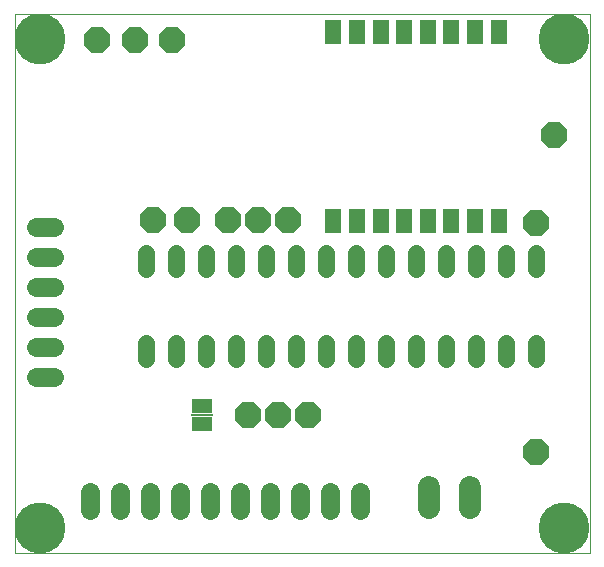
<source format=gts>
G75*
G70*
%OFA0B0*%
%FSLAX24Y24*%
%IPPOS*%
%LPD*%
%AMOC8*
5,1,8,0,0,1.08239X$1,22.5*
%
%ADD10C,0.0000*%
%ADD11C,0.0745*%
%ADD12R,0.0552X0.0827*%
%ADD13OC8,0.0890*%
%ADD14C,0.0640*%
%ADD15C,0.0560*%
%ADD16R,0.0670X0.0500*%
%ADD17R,0.0720X0.0060*%
%ADD18C,0.1700*%
D10*
X000219Y000180D02*
X000219Y018176D01*
X019377Y018176D01*
X019382Y018176D02*
X019382Y000180D01*
X019377Y000180D02*
X000219Y000180D01*
D11*
X014030Y001703D02*
X014030Y002408D01*
X015408Y002408D02*
X015408Y001703D01*
D12*
X015563Y011260D03*
X016350Y011260D03*
X014775Y011260D03*
X013988Y011260D03*
X013201Y011260D03*
X012413Y011260D03*
X011626Y011260D03*
X010838Y011260D03*
X010838Y017560D03*
X011626Y017560D03*
X012413Y017560D03*
X013201Y017560D03*
X013988Y017560D03*
X014775Y017560D03*
X015563Y017560D03*
X016350Y017560D03*
D13*
X018208Y014124D03*
X017594Y011180D03*
X009988Y004805D03*
X008988Y004805D03*
X007988Y004805D03*
X008344Y011305D03*
X007344Y011305D03*
X005969Y011305D03*
X004844Y011305D03*
X009344Y011305D03*
X005469Y017305D03*
X004219Y017305D03*
X002969Y017305D03*
X017594Y003555D03*
D14*
X011719Y002230D02*
X011719Y001630D01*
X010719Y001630D02*
X010719Y002230D01*
X009719Y002230D02*
X009719Y001630D01*
X008719Y001630D02*
X008719Y002230D01*
X007719Y002230D02*
X007719Y001630D01*
X006719Y001630D02*
X006719Y002230D01*
X005719Y002230D02*
X005719Y001630D01*
X004719Y001630D02*
X004719Y002230D01*
X003719Y002230D02*
X003719Y001630D01*
X002719Y001630D02*
X002719Y002230D01*
X001519Y006055D02*
X000919Y006055D01*
X000919Y007055D02*
X001519Y007055D01*
X001519Y008055D02*
X000919Y008055D01*
X000919Y009055D02*
X001519Y009055D01*
X001519Y010055D02*
X000919Y010055D01*
X000919Y011055D02*
X001519Y011055D01*
D15*
X004594Y010190D02*
X004594Y009670D01*
X005594Y009670D02*
X005594Y010190D01*
X006594Y010190D02*
X006594Y009670D01*
X007594Y009670D02*
X007594Y010190D01*
X008594Y010190D02*
X008594Y009670D01*
X009594Y009670D02*
X009594Y010190D01*
X010594Y010190D02*
X010594Y009670D01*
X011594Y009670D02*
X011594Y010190D01*
X012594Y010190D02*
X012594Y009670D01*
X013594Y009670D02*
X013594Y010190D01*
X014594Y010190D02*
X014594Y009670D01*
X015594Y009670D02*
X015594Y010190D01*
X016594Y010190D02*
X016594Y009670D01*
X017594Y009670D02*
X017594Y010190D01*
X017594Y007190D02*
X017594Y006670D01*
X016594Y006670D02*
X016594Y007190D01*
X015594Y007190D02*
X015594Y006670D01*
X014594Y006670D02*
X014594Y007190D01*
X013594Y007190D02*
X013594Y006670D01*
X012594Y006670D02*
X012594Y007190D01*
X011594Y007190D02*
X011594Y006670D01*
X010594Y006670D02*
X010594Y007190D01*
X009594Y007190D02*
X009594Y006670D01*
X008594Y006670D02*
X008594Y007190D01*
X007594Y007190D02*
X007594Y006670D01*
X006594Y006670D02*
X006594Y007190D01*
X005594Y007190D02*
X005594Y006670D01*
X004594Y006670D02*
X004594Y007190D01*
D16*
X006451Y005088D03*
X006451Y004488D03*
D17*
X006451Y004788D03*
D18*
X001069Y001030D03*
X001059Y017340D03*
X018537Y017340D03*
X018527Y001030D03*
M02*

</source>
